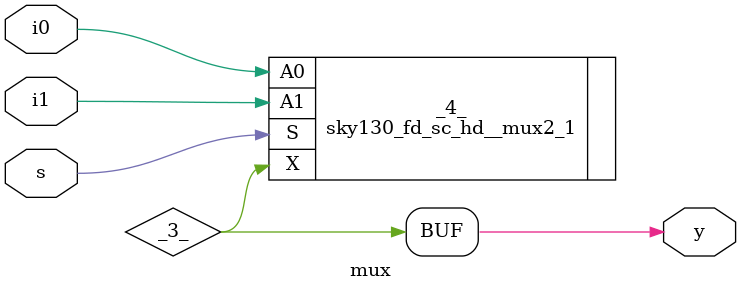
<source format=v>
/* Generated by Yosys 0.32+51 (git sha1 6405bbab1, gcc 12.3.0-1ubuntu1~22.04 -fPIC -Os) */

(* top =  1  *)
(* src = "mux.v:3.1-12.10" *)
module mux(i0, i1, s, y);
  (* src = "mux.v:4.7-4.9" *)
  wire _0_;
  (* src = "mux.v:4.10-4.12" *)
  wire _1_;
  (* src = "mux.v:4.13-4.14" *)
  wire _2_;
  (* src = "mux.v:5.12-5.13" *)
  wire _3_;
  (* src = "mux.v:4.7-4.9" *)
  input i0;
  wire i0;
  (* src = "mux.v:4.10-4.12" *)
  input i1;
  wire i1;
  (* src = "mux.v:4.13-4.14" *)
  input s;
  wire s;
  (* src = "mux.v:5.12-5.13" *)
  output y;
  wire y;
  sky130_fd_sc_hd__mux2_1 _4_ (
    .A0(_0_),
    .A1(_1_),
    .S(_2_),
    .X(_3_)
  );
  assign _0_ = i0;
  assign _1_ = i1;
  assign _2_ = s;
  assign y = _3_;
endmodule

</source>
